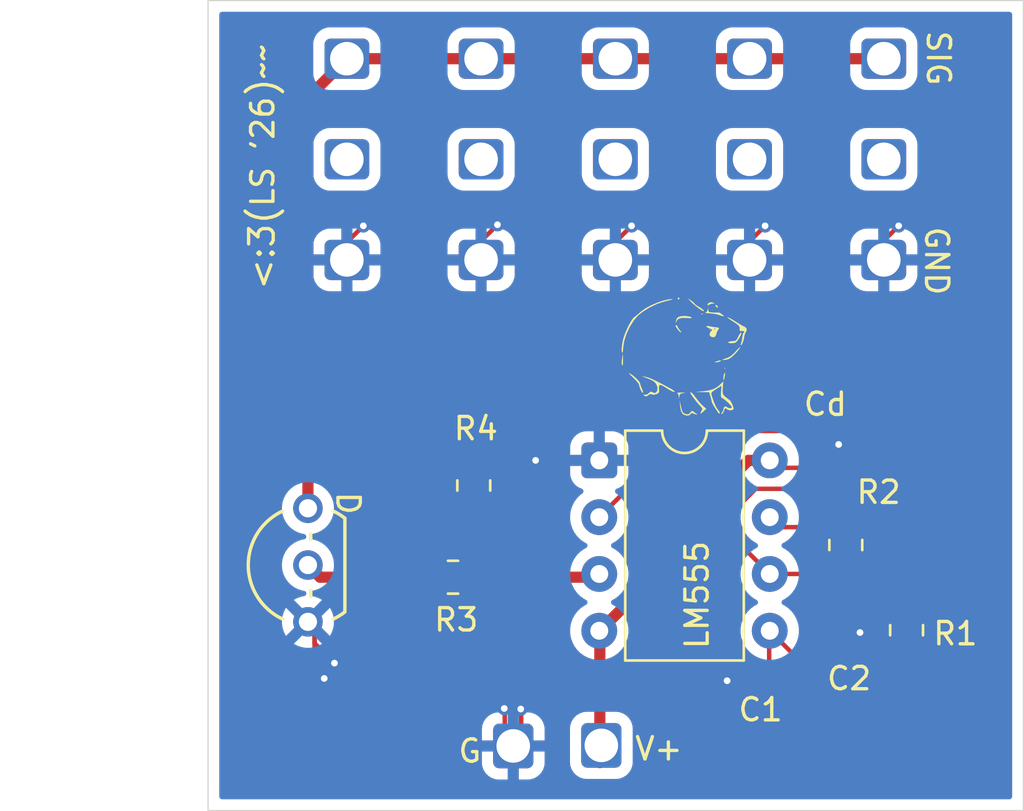
<source format=kicad_pcb>
(kicad_pcb (version 20241229) (generator "pcbnew") (generator_version "9.0")
  (layers (0 "F.Cu" signal) (2 "B.Cu" signal) (13 "F.Paste" user) (15 "B.Paste" user) (5 "F.SilkS" user "F.Silkscreen") (7 "B.SilkS" user "B.Silkscreen") (1 "F.Mask" user) (3 "B.Mask" user) (25 "Edge.Cuts" user))
  (net 0 "")
  (net 1 "Net-(U1-CONT)")
  (net 2 "GND")
  (net 3 "Net-(U1-THRES)")
  (net 4 "Net-(J1-Pin_2)")
  (net 5 "Net-(Q1-G)")
  (net 6 "Net-(U1-DISCH)")
  (net 7 "Net-(U1-OUT)")
  (net 8 "+3.3V")
  (footprint "Resistor_SMD:R_0805_2012Metric_Pad1.20x1.40mm_HandSolder" (layer "F.Cu") (at 152.5524 104.0384 90)
    (property "Reference" "R2" (at 2.3615 1.4687 180) (layer "F.SilkS"))
    (property "Value" "470k")
    (fp_line (start -0.227064 -0.735) (end 0.227064 -0.735) (stroke (width 0.12)) (layer "F.SilkS"))
    (fp_line (start -0.227064 0.735) (end 0.227064 0.735) (stroke (width 0.12)) (layer "F.SilkS"))
    (pad "1" smd roundrect (at -1 0 90) (size 1.2 1.4) (layers "F.Cu" "F.Mask" "F.Paste") (roundrect_rratio 0.208333) (net 3 "Net-(U1-THRES)"))
    (pad "2" smd roundrect (at 1 0 90) (size 1.2 1.4) (layers "F.Cu" "F.Mask" "F.Paste") (roundrect_rratio 0.208333) (net 6 "Net-(U1-DISCH)"))
  )
  (footprint "" (layer "F.Cu") (at 141.6259 113.0001)
    (property "Reference" "" (at 0 0 0) (layer "F.SilkS") (effects (font (size 1.27 1.27))))
    (property "Value" "")
    (pad "V+" thru_hole roundrect (at 0 0) (size 1.8 2) (drill 1.5) (layers "*.Cu" "*.Mask" "B.Adhes") (roundrect_rratio 0.15) (net 8 "+3.3V"))
  )
  (footprint "Capacitor_SMD:C_0201_0603Metric_Pad0.64x0.40mm_HandSolder" (layer "F.Cu") (at 152.5524 107.8749 -90)
    (property "Reference" "C2" (at 2.1354 -0.1479 180) (layer "F.SilkS"))
    (property "Value" "4.7u")
    (pad "1" smd roundrect (at -0.4075 0 270) (size 0.635 0.4) (layers "F.Cu" "F.Mask") (net 3 "Net-(U1-THRES)"))
    (pad "2" smd roundrect (at 0.4075 0 270) (size 0.635 0.4) (layers "F.Cu" "F.Mask") (net 2 "GND"))
  )
  (footprint "Resistor_SMD:R_0805_2012Metric_Pad1.20x1.40mm_HandSolder" (layer "F.Cu") (at 155.2702 107.8484 -90)
    (property "Reference" "R1" (at 0.1531 -2.1799 180) (layer "F.SilkS"))
    (property "Value" "100k")
    (fp_line (start -0.227064 0.735) (end 0.227064 0.735) (stroke (width 0.12)) (layer "F.SilkS"))
    (fp_line (start -0.227064 -0.735) (end 0.227064 -0.735) (stroke (width 0.12)) (layer "F.SilkS"))
    (pad "1" smd roundrect (at -1 0 270) (size 1.2 1.4) (layers "F.Cu" "F.Mask" "F.Paste") (roundrect_rratio 0.208333) (net 6 "Net-(U1-DISCH)"))
    (pad "2" smd roundrect (at 1 0 270) (size 1.2 1.4) (layers "F.Cu" "F.Mask" "F.Paste") (roundrect_rratio 0.208333) (net 1 "Net-(U1-CONT)"))
  )
  (footprint "Resistor_SMD:R_0805_2012Metric_Pad1.20x1.40mm_HandSolder" (layer "F.Cu") (at 134.9961 105.4789 180)
    (property "Reference" "R3" (at -0.143 -1.905 0) (layer "F.SilkS"))
    (property "Value" "100")
    (fp_line (start -0.227064 0.735) (end 0.227064 0.735) (stroke (width 0.12)) (layer "F.SilkS"))
    (fp_line (start -0.227064 -0.735) (end 0.227064 -0.735) (stroke (width 0.12)) (layer "F.SilkS"))
    (pad "1" smd roundrect (at -1 0 180) (size 1.2 1.4) (layers "F.Cu" "F.Mask" "F.Paste") (roundrect_rratio 0.208333) (net 7 "Net-(U1-OUT)"))
    (pad "2" smd roundrect (at 1 0 180) (size 1.2 1.4) (layers "F.Cu" "F.Mask" "F.Paste") (roundrect_rratio 0.208333) (net 5 "Net-(Q1-G)"))
  )
  (footprint "NMOS_2N7000:TO92" (layer "F.Cu") (at 128.511392 104.935 90)
    (property "Reference" "Q1" (hide yes))
    (property "Value" "NMOS")
    (fp_line (start 1.404 0.127) (end 1.136 0.127) (stroke (width 0.1524)) (layer "F.SilkS"))
    (fp_line (start -1.136 0.127) (end -1.404 0.127) (stroke (width 0.1524)) (layer "F.SilkS"))
    (fp_line (start -2.095 1.651) (end 2.095 1.651) (stroke (width 0.1524)) (layer "F.SilkS"))
    (fp_arc (start -2.413 -1.1359) (mid 0 -2.666985) (end 2.413 -1.1359) (stroke (width 0.1524)) (layer "F.SilkS"))
    (fp_arc (start 2.4247 1.1118) (mid 2.275878 1.391201) (end 2.095 1.651) (stroke (width 0.1524)) (layer "F.SilkS"))
    (fp_arc (start -2.095 1.651) (mid -2.268918 1.40252) (end -2.4135 1.1359) (stroke (width 0.1524)) (layer "F.SilkS"))
    (pad "D" thru_hole circle (at 2.54 0 90) (size 1.3208 1.3208) (drill 0.8128) (layers "*.Cu" "*.Mask"))
    (pad "G" thru_hole circle (at 0 0 90) (size 1.3208 1.3208) (drill 0.8128) (layers "*.Cu" "*.Mask") (net 5 "Net-(Q1-G)"))
    (pad "S" thru_hole circle (at -2.54 0 90) (size 1.3208 1.3208) (drill 0.8128) (layers "*.Cu" "*.Mask") (net 2 "GND"))
  )
  (footprint "Capacitor_SMD:C_0201_0603Metric_Pad0.64x0.40mm_HandSolder" (layer "F.Cu") (at 151.5872 100.1776 90)
    (property "Reference" "Cd" (at 2.4377 0.0508 180) (layer "F.SilkS"))
    (property "Value" "100n")
    (pad "1" smd roundrect (at -0.4075 0 90) (size 0.635 0.4) (layers "F.Cu" "F.Mask") (net 8 "+3.3V"))
    (pad "2" smd roundrect (at 0.4075 0 90) (size 0.635 0.4) (layers "F.Cu" "F.Mask") (net 2 "GND"))
  )
  (footprint "custom_foots:flower_base_pads" (layer "F.Cu") (at 130.2512 91.2876 90)
    (property "Reference" "J1" (hide yes))
    (property "Value" "petal connections")
    (pad "2" thru_hole roundrect (at 4.5 0 90) (size 1.8 2) (drill 1.5) (layers "*.Cu" "*.Mask" "B.Adhes") (roundrect_rratio 0.15) (net 4 "Net-(J1-Pin_2)"))
    (pad "2" thru_hole roundrect (at 4.5 6 90) (size 1.8 2) (drill 1.5) (layers "*.Cu" "*.Mask" "B.Adhes") (roundrect_rratio 0.15) (net 4 "Net-(J1-Pin_2)"))
    (pad "2" thru_hole roundrect (at 4.5 12 90) (size 1.8 2) (drill 1.5) (layers "*.Cu" "*.Mask" "B.Adhes") (roundrect_rratio 0.15) (net 4 "Net-(J1-Pin_2)"))
    (pad "2" thru_hole roundrect (at 4.5 18 90) (size 1.8 2) (drill 1.5) (layers "*.Cu" "*.Mask" "B.Adhes") (roundrect_rratio 0.15) (net 4 "Net-(J1-Pin_2)"))
    (pad "2" thru_hole roundrect (at 4.5 24 90) (size 1.8 2) (drill 1.5) (layers "*.Cu" "*.Mask" "B.Adhes") (roundrect_rratio 0.15) (net 4 "Net-(J1-Pin_2)"))
    (pad "GND" thru_hole roundrect (at 0 0 90) (size 1.8 2) (drill 1.5) (layers "*.Cu" "*.Mask") (roundrect_rratio 0.15) (net 2 "GND"))
    (pad "GND" thru_hole roundrect (at 0 6 90) (size 1.8 2) (drill 1.5) (layers "*.Cu" "*.Mask") (roundrect_rratio 0.15) (net 2 "GND"))
    (pad "GND" thru_hole roundrect (at 0 12 90) (size 1.8 2) (drill 1.5) (layers "*.Cu" "*.Mask") (roundrect_rratio 0.15) (net 2 "GND"))
    (pad "GND" thru_hole roundrect (at 0 18 90) (size 1.8 2) (drill 1.5) (layers "*.Cu" "*.Mask" "Dwgs.User") (roundrect_rratio 0.15) (net 2 "GND"))
    (pad "GND" thru_hole roundrect (at 0 24 90) (size 1.8 2) (drill 1.5) (layers "*.Cu" "*.Mask") (roundrect_rratio 0.15) (net 2 "GND"))
    (pad "SIG" thru_hole roundrect (at 9 0 90) (size 1.8 2) (drill 1.5) (layers "*.Cu" "*.Mask" "B.Adhes") (roundrect_rratio 0.15))
    (pad "SIG" thru_hole roundrect (at 9 6 90) (size 1.8 2) (drill 1.5) (layers "*.Cu" "*.Mask" "B.Adhes") (roundrect_rratio 0.15))
    (pad "SIG" thru_hole roundrect (at 9 12 90) (size 1.8 2) (drill 1.5) (layers "*.Cu" "*.Mask" "B.Adhes") (roundrect_rratio 0.15))
    (pad "SIG" thru_hole roundrect (at 9 18 90) (size 1.8 2) (drill 1.5) (layers "*.Cu" "*.Mask" "B.Adhes") (roundrect_rratio 0.15))
    (pad "SIG" thru_hole roundrect (at 9 24 90) (size 1.8 2) (drill 1.5) (layers "*.Cu" "*.Mask" "B.Adhes") (roundrect_rratio 0.15))
  )
  (footprint "Capacitor_SMD:C_0201_0603Metric_Pad0.64x0.40mm_HandSolder" (layer "F.Cu") (at 148.7208 110.1337 180)
    (property "Reference" "C1" (at -0.0216 -1.2707 180) (layer "F.SilkS"))
    (property "Value" "10n")
    (pad "1" smd roundrect (at -0.4075 0 180) (size 0.635 0.4) (layers "F.Cu" "F.Mask") (net 1 "Net-(U1-CONT)"))
    (pad "2" smd roundrect (at 0.4075 0 180) (size 0.635 0.4) (layers "F.Cu" "F.Mask") (net 2 "GND"))
  )
  (footprint "custom_foots:standrax_silkscr" (layer "F.Cu") (at 145.3642 95.6818)
    (property "Reference" "G***" (hide yes))
    (property "Value" "LOGO" (hide yes))
    (fp_poly (pts (xy 1.143715 -1.262852) (xy 1.119887 -1.239024) (xy 1.09606 -1.262852) (xy 1.119887 -1.286679)) (fill yes) (layer "F.SilkS"))
    (fp_poly (pts (xy 1.810882 0.45272) (xy 1.787054 0.476548) (xy 1.763227 0.45272) (xy 1.787054 0.428893)) (fill yes) (layer "F.SilkS"))
    (fp_poly (pts (xy 0.794246 -1.985616) (xy 0.787705 -1.957285) (xy 0.762476 -1.953846) (xy 0.723251 -1.971282) (xy 0.730706 -1.985616) (xy 0.787262 -1.991319)) (fill yes) (layer "F.SilkS"))
    (fp_poly (pts (xy 1.435772 -2.352963) (xy 1.472484 -2.2938) (xy 1.465033 -2.25928) (xy 1.421881 -2.272121) (xy 1.382944 -2.310106) (xy 1.352212 -2.370026) (xy 1.373341 -2.382739)) (fill yes) (layer "F.SilkS"))
    (fp_poly (pts (xy -0.239659 -2.680059) (xy -0.238274 -2.668668) (xy -0.274538 -2.622398) (xy -0.285929 -2.621013) (xy -0.332199 -2.657277) (xy -0.333584 -2.668668) (xy -0.29732 -2.714938) (xy -0.285929 -2.716323)) (fill yes) (layer "F.SilkS"))
    (fp_poly (pts (xy -2.769943 0.059568) (xy -2.77015 0.236089) (xy -2.781072 0.321244) (xy -2.803568 0.318465) (xy -2.823732 0.274015) (xy -2.830017 0.19335) (xy -2.819624 0.060278) (xy -2.810968 0) (xy -2.775907 -0.214447)) (fill yes) (layer "F.SilkS"))
    (fp_poly (pts (xy 1.620043 0.103745) (xy 1.584676 0.135089) (xy 1.572608 0.142964) (xy 1.46441 0.181387) (xy 1.405816 0.18654) (xy 1.310506 0.18392) (xy 1.405816 0.142964) (xy 1.517149 0.107699) (xy 1.572608 0.099389)) (fill yes) (layer "F.SilkS"))
    (fp_poly (pts (xy 1.793787 0.708861) (xy 1.7825 0.786304) (xy 1.753686 0.932767) (xy 1.73189 0.991851) (xy 1.718997 0.960955) (xy 1.716302 0.877642) (xy 1.733026 0.750634) (xy 1.765725 0.667167) (xy 1.792812 0.646886)) (fill yes) (layer "F.SilkS"))
    (fp_poly (pts (xy 1.247101 -2.487833) (xy 1.252072 -2.485402) (xy 1.324196 -2.446348) (xy 1.31257 -2.437612) (xy 1.258259 -2.442881) (xy 1.139373 -2.422864) (xy 1.079553 -2.388815) (xy 1.018392 -2.355746) (xy 1.00075 -2.371069) (xy 1.040359 -2.459093) (xy 1.134712 -2.503581)) (fill yes) (layer "F.SilkS"))
    (fp_poly (pts (xy -0.014656 1.540685) (xy 0.020638 1.547271) (xy -0.034806 1.557084) (xy -0.056664 1.559495) (xy -0.177488 1.583517) (xy -0.233931 1.63659) (xy -0.252057 1.706362) (xy -0.271649 1.834709) (xy -0.278789 1.70763) (xy -0.304159 1.604677) (xy -0.345497 1.556514) (xy -0.336305 1.544294) (xy -0.251367 1.537298) (xy -0.142965 1.536726)) (fill yes) (layer "F.SilkS"))
    (fp_poly (pts (xy -0.336426 -1.439976) (xy -0.333584 -1.420801) (xy -0.303392 -1.348897) (xy -0.230713 -1.254805) (xy -0.229967 -1.25401) (xy -0.172437 -1.179583) (xy -0.169448 -1.144186) (xy -0.173351 -1.143715) (xy -0.230111 -1.178696) (xy -0.309444 -1.264855) (xy -0.324622 -1.28475) (xy -0.40353 -1.399418) (xy -0.424597 -1.458149) (xy -0.392524 -1.476928) (xy -0.381239 -1.477298)) (fill yes) (layer "F.SilkS"))
    (fp_poly (pts (xy 0.156589 -1.874313) (xy 0.274007 -1.836043) (xy 0.296861 -1.819011) (xy 0.295864 -1.791826) (xy 0.212683 -1.785896) (xy 0.086087 -1.795657) (xy -0.146067 -1.798588) (xy -0.301738 -1.749973) (xy -0.38579 -1.64793) (xy -0.397384 -1.608454) (xy -0.411537 -1.56096) (xy -0.414204 -1.607208) (xy -0.412625 -1.642986) (xy -0.369009 -1.779441) (xy -0.285929 -1.847492) (xy -0.1626 -1.881954) (xy -0.002021 -1.890256)) (fill yes) (layer "F.SilkS"))
    (fp_poly (pts (xy 0.274015 -2.578576) (xy 0.372452 -2.502855) (xy 0.425768 -2.446851) (xy 0.428893 -2.437986) (xy 0.466804 -2.396359) (xy 0.561277 -2.333867) (xy 0.596395 -2.314207) (xy 0.717067 -2.239998) (xy 0.806627 -2.168608) (xy 0.847967 -2.116017) (xy 0.82788 -2.097992) (xy 0.769404 -2.12508) (xy 0.662544 -2.193646) (xy 0.571857 -2.258413) (xy 0.424882 -2.376083) (xy 0.290664 -2.497469) (xy 0.238274 -2.551622) (xy 0.119137 -2.685592)) (fill yes) (layer "F.SilkS"))
    (fp_poly (pts (xy 2.478049 -0.496719) (xy 2.44767 -0.439209) (xy 2.367893 -0.335453) (xy 2.255752 -0.207545) (xy 2.251688 -0.203158) (xy 2.096135 -0.051856) (xy 1.96451 0.034397) (xy 1.846623 0.070178) (xy 1.732521 0.083382) (xy 1.671247 0.079568) (xy 1.667917 0.075478) (xy 1.709115 0.049338) (xy 1.812173 0.013146) (xy 1.855804 0.000736) (xy 2.015835 -0.072187) (xy 2.182024 -0.21268) (xy 2.26087 -0.298125) (xy 2.367272 -0.413346) (xy 2.444698 -0.484963) (xy 2.477772 -0.498916)) (fill yes) (layer "F.SilkS"))
    (fp_poly (pts (xy 2.525703 -1.120801) (xy 2.499874 -1.036801) (xy 2.436955 -0.917678) (xy 2.358801 -0.798529) (xy 2.287267 -0.714452) (xy 2.261734 -0.696872) (xy 2.157349 -0.672635) (xy 2.04535 -0.66771) (xy 1.957964 -0.680351) (xy 1.927417 -0.708816) (xy 1.930019 -0.714822) (xy 1.99329 -0.746855) (xy 2.109125 -0.762239) (xy 2.125882 -0.762477) (xy 2.24397 -0.775311) (xy 2.313764 -0.832008) (xy 2.360621 -0.92601) (xy 2.415961 -1.034842) (xy 2.472869 -1.113791) (xy 2.514546 -1.143032)) (fill yes) (layer "F.SilkS"))
    (fp_poly (pts (xy 0.324069 1.563748) (xy 0.419807 1.675952) (xy 0.474206 1.751313) (xy 0.595286 1.909386) (xy 0.728533 2.059122) (xy 0.79213 2.120707) (xy 0.953276 2.263741) (xy 0.810136 2.398843) (xy 0.722885 2.473791) (xy 0.691596 2.479006) (xy 0.698306 2.446428) (xy 0.745064 2.345091) (xy 0.769279 2.307091) (xy 0.765539 2.239888) (xy 0.690723 2.144702) (xy 0.686067 2.140299) (xy 0.599453 2.048732) (xy 0.494221 1.923159) (xy 0.388309 1.787055) (xy 0.299658 1.663895) (xy 0.246204 1.577153) (xy 0.238274 1.554309) (xy 0.261001 1.521065)) (fill yes) (layer "F.SilkS"))
    (fp_poly (pts (xy -2.48074 0.670446) (xy -2.362645 0.745311) (xy -2.232594 0.851755) (xy -2.11372 0.967485) (xy -2.02916 1.070207) (xy -2.001501 1.132254) (xy -1.982038 1.218515) (xy -1.93416 1.342091) (xy -1.923781 1.364577) (xy -1.876935 1.487396) (xy -1.873299 1.549916) (xy -1.905469 1.541576) (xy -1.966041 1.451815) (xy -1.97416 1.436439) (xy -2.025967 1.311223) (xy -2.047839 1.208415) (xy -2.047834 1.20565) (xy -2.08053 1.134193) (xy -2.16829 1.022691) (xy -2.293583 0.892852) (xy -2.321849 0.866366) (xy -2.433961 0.757708) (xy -2.495286 0.686762) (xy -2.497142 0.664231)) (fill yes) (layer "F.SilkS"))
    (fp_poly (pts (xy 1.041915 -2.156379) (xy 1.057501 -2.090646) (xy 1.110637 -2.057611) (xy 1.226538 -2.045052) (xy 1.274765 -2.043512) (xy 1.412988 -2.040584) (xy 1.506566 -2.039565) (xy 1.526101 -2.039924) (xy 1.57745 -2.015331) (xy 1.666681 -1.953145) (xy 1.669066 -1.951317) (xy 1.740188 -1.887177) (xy 1.728821 -1.866914) (xy 1.634104 -1.890399) (xy 1.524953 -1.930019) (xy 1.377649 -1.969309) (xy 1.190995 -1.996861) (xy 1.09606 -2.003404) (xy 0.968963 -2.011557) (xy 0.906151 -2.023388) (xy 0.914424 -2.033786) (xy 0.987166 -2.093011) (xy 1.015157 -2.159309) (xy 1.035426 -2.263602)) (fill yes) (layer "F.SilkS"))
    (fp_poly (pts (xy -0.177126 2.164527) (xy -0.138423 2.326528) (xy -0.096177 2.420015) (xy -0.034826 2.471025) (xy 0.018876 2.492489) (xy 0.127524 2.514007) (xy 0.200785 2.475392) (xy 0.237098 2.431952) (xy 0.301962 2.361797) (xy 0.353188 2.36563) (xy 0.385865 2.394174) (xy 0.47865 2.466215) (xy 0.525053 2.490455) (xy 0.564284 2.51458) (xy 0.532983 2.521941) (xy 0.441946 2.503772) (xy 0.377398 2.475994) (xy 0.297621 2.452223) (xy 0.256296 2.499821) (xy 0.189715 2.558594) (xy 0.078042 2.569647) (xy -0.042536 2.535034) (xy -0.1187 2.478531) (xy -0.182731 2.35259) (xy -0.217863 2.160103) (xy -0.219816 2.133034) (xy -0.235115 1.882364)) (fill yes) (layer "F.SilkS"))
    (fp_poly (pts (xy 1.107659 -1.426317) (xy 1.260138 -1.394285) (xy 1.393588 -1.381989) (xy 1.500519 -1.364934) (xy 1.518611 -1.3142) (xy 1.476182 -1.256971) (xy 1.428804 -1.173701) (xy 1.405816 -1.09606) (xy 1.364415 -0.978274) (xy 1.286537 -0.936667) (xy 1.203283 -0.942064) (xy 1.118924 -0.992788) (xy 1.096543 -1.084375) (xy 1.139735 -1.182353) (xy 1.17485 -1.214648) (xy 1.217266 -1.257299) (xy 1.18986 -1.290404) (xy 1.119021 -1.318449) (xy 1.302564 -1.318449) (xy 1.309105 -1.290118) (xy 1.334334 -1.286679) (xy 1.373559 -1.304115) (xy 1.366104 -1.318449) (xy 1.309548 -1.324152) (xy 1.302564 -1.318449) (xy 1.119021 -1.318449) (xy 1.103368 -1.324646) (xy 0.988801 -1.37922) (xy 0.952914 -1.424755) (xy 0.995028 -1.445156)) (fill yes) (layer "F.SilkS"))
    (fp_poly (pts (xy -0.547136 -2.63932) (xy -0.608037 -2.614278) (xy -0.753696 -2.57359) (xy -0.929269 -2.530647) (xy -1.235961 -2.430144) (xy -1.561629 -2.276205) (xy -1.86659 -2.089894) (xy -2.084889 -1.917209) (xy -2.288547 -1.684006) (xy -2.471409 -1.39127) (xy -2.620318 -1.068007) (xy -2.722116 -0.74322) (xy -2.763645 -0.445914) (xy -2.763978 -0.420244) (xy -2.773922 -0.304098) (xy -2.798632 -0.241686) (xy -2.806901 -0.238274) (xy -2.827701 -0.280662) (xy -2.83266 -0.388591) (xy -2.827751 -0.464634) (xy -2.803665 -0.646396) (xy -2.77063 -0.822484) (xy -2.760426 -0.86501) (xy -2.700914 -1.049106) (xy -2.616006 -1.256192) (xy -2.517759 -1.462167) (xy -2.418232 -1.642926) (xy -2.329483 -1.774366) (xy -2.280792 -1.823733) (xy -2.182653 -1.899576) (xy -2.04999 -2.011216) (xy -1.957505 -2.093075) (xy -1.774403 -2.22587) (xy -1.528051 -2.359634) (xy -1.249433 -2.481052) (xy -0.969532 -2.576808) (xy -0.719332 -2.633587) (xy -0.690995 -2.637364) (xy -0.573839 -2.647441)) (fill yes) (layer "F.SilkS"))
    (fp_poly (pts (xy 1.906191 -1.832355) (xy 2.007166 -1.788202) (xy 2.152887 -1.707516) (xy 2.296538 -1.617639) (xy 2.449977 -1.520773) (xy 2.584533 -1.444249) (xy 2.665862 -1.406707) (xy 2.746146 -1.340626) (xy 2.759702 -1.240252) (xy 2.717387 -1.163841) (xy 2.680834 -1.088519) (xy 2.651495 -0.963912) (xy 2.648244 -0.941102) (xy 2.616829 -0.790405) (xy 2.569494 -0.661332) (xy 2.518299 -0.582953) (xy 2.495101 -0.571858) (xy 2.488614 -0.607464) (xy 2.504883 -0.655253) (xy 2.533106 -0.754625) (xy 2.557559 -0.898806) (xy 2.562435 -0.941182) (xy 2.584539 -1.064881) (xy 2.615868 -1.13654) (xy 2.628624 -1.143715) (xy 2.652073 -1.173443) (xy 2.643642 -1.193308) (xy 2.579245 -1.221954) (xy 2.524309 -1.214755) (xy 2.461164 -1.210726) (xy 2.443083 -1.270221) (xy 2.444923 -1.317155) (xy 2.439559 -1.388903) (xy 2.401521 -1.453921) (xy 2.315114 -1.52868) (xy 2.164643 -1.629653) (xy 2.120638 -1.65749) (xy 1.984914 -1.747036) (xy 1.903924 -1.809182) (xy 1.888614 -1.835001)) (fill yes) (layer "F.SilkS"))
    (fp_poly (pts (xy -1.752768 0.835347) (xy -1.636164 0.866306) (xy -1.468776 0.933849) (xy -1.2431 1.041554) (xy -0.951634 1.192998) (xy -0.595685 1.386879) (xy -0.493584 1.453748) (xy -0.456652 1.501251) (xy -0.467418 1.513547) (xy -0.536772 1.499758) (xy -0.656469 1.442886) (xy -0.788354 1.36306) (xy -0.967393 1.251076) (xy -1.083066 1.199669) (xy -1.145751 1.209036) (xy -1.165825 1.279373) (xy -1.15944 1.370075) (xy -1.152802 1.492827) (xy -1.185754 1.560629) (xy -1.265401 1.606752) (xy -1.413514 1.63846) (xy -1.478411 1.619667) (xy -1.570752 1.605535) (xy -1.621094 1.645091) (xy -1.714762 1.708918) (xy -1.805566 1.695825) (xy -1.839715 1.659819) (xy -1.84202 1.624) (xy -1.795213 1.634365) (xy -1.699583 1.623737) (xy -1.622259 1.563772) (xy -1.541988 1.497784) (xy -1.478107 1.505994) (xy -1.461167 1.518566) (xy -1.362336 1.561062) (xy -1.283282 1.527448) (xy -1.236217 1.436625) (xy -1.233356 1.307492) (xy -1.261791 1.21004) (xy -1.317504 1.113823) (xy -1.406166 1.034781) (xy -1.548225 0.958836) (xy -1.7394 0.881206) (xy -1.930019 0.809135)) (fill yes) (layer "F.SilkS"))
    (fp_poly (pts (xy 1.691637 1.325136) (xy 1.682572 1.488317) (xy 1.693239 1.589065) (xy 1.733047 1.659696) (xy 1.809897 1.731258) (xy 1.910083 1.811926) (xy 1.979796 1.861604) (xy 1.987826 1.865892) (xy 2.041197 1.922958) (xy 2.100835 2.030393) (xy 2.15076 2.151732) (xy 2.174987 2.250511) (xy 2.1708 2.283373) (xy 2.099792 2.324568) (xy 1.992747 2.332572) (xy 1.90194 2.30665) (xy 1.882364 2.28743) (xy 1.82244 2.241969) (xy 1.771817 2.265379) (xy 1.763227 2.302149) (xy 1.744333 2.369807) (xy 1.701285 2.444679) (xy 1.654531 2.499204) (xy 1.624522 2.505823) (xy 1.621778 2.492775) (xy 1.654866 2.416866) (xy 1.667917 2.406567) (xy 1.708367 2.339153) (xy 1.715572 2.28743) (xy 1.743749 2.191256) (xy 1.809553 2.156465) (xy 1.87222 2.186741) (xy 1.948926 2.228387) (xy 2.036554 2.237846) (xy 2.092534 2.21307) (xy 2.09681 2.197555) (xy 2.063373 2.138163) (xy 1.979704 2.044002) (xy 1.870764 1.938865) (xy 1.761518 1.846545) (xy 1.676928 1.790836) (xy 1.665243 1.786206) (xy 1.621342 1.753178) (xy 1.603687 1.67597) (xy 1.607929 1.53172) (xy 1.610532 1.498676) (xy 1.632362 1.23544) (xy 1.392595 1.384487) (xy 1.259165 1.472114) (xy 1.19284 1.535458) (xy 1.177482 1.596647) (xy 1.191465 1.660294) (xy 1.3014 1.98114) (xy 1.407087 2.20872) (xy 1.487039 2.321626) (xy 1.548574 2.405594) (xy 1.558169 2.460531) (xy 1.556911 2.461976) (xy 1.53816 2.479958) (xy 1.519064 2.477356) (xy 1.485793 2.43891) (xy 1.42452 2.349359) (xy 1.342614 2.225472) (xy 1.260114 2.092278) (xy 1.20518 1.987462) (xy 1.191369 1.945072) (xy 1.178524 1.869169) (xy 1.146625 1.745014) (xy 1.136171 1.709187) (xy 1.080973 1.524953) (xy 0.766847 1.518288) (xy 0.45272 1.511622) (xy 0.811787 1.477161) (xy 1.091192 1.436216) (xy 1.30461 1.367648) (xy 1.479941 1.260239) (xy 1.584628 1.166352) (xy 1.713805 1.037175)) (fill yes) (layer "F.SilkS"))
  )
  (footprint "" (layer "F.Cu") (at 137.6889 113.0255)
    (property "Reference" "" (at 0 0 0) (layer "F.SilkS") (effects (font (size 1.27 1.27))))
    (property "Value" "")
    (pad "GND" thru_hole roundrect (at 0 0) (size 1.8 2) (drill 1.5) (layers "*.Cu" "*.Mask") (roundrect_rratio 0.15) (net 2 "GND"))
  )
  (footprint "Resistor_SMD:R_0805_2012Metric_Pad1.20x1.40mm_HandSolder" (layer "F.Cu") (at 135.9232 101.3768 -90)
    (property "Reference" "R4" (at -2.5454 -0.0938 180) (layer "F.SilkS"))
    (property "Value" "100k")
    (fp_line (start -0.227064 0.735) (end 0.227064 0.735) (stroke (width 0.12)) (layer "F.SilkS"))
    (fp_line (start -0.227064 -0.735) (end 0.227064 -0.735) (stroke (width 0.12)) (layer "F.SilkS"))
    (pad "1" smd roundrect (at -1 0 270) (size 1.2 1.4) (layers "F.Cu" "F.Mask" "F.Paste") (roundrect_rratio 0.208333) (net 2 "GND"))
    (pad "2" smd roundrect (at 1 0 270) (size 1.2 1.4) (layers "F.Cu" "F.Mask" "F.Paste") (roundrect_rratio 0.208333) (net 5 "Net-(Q1-G)"))
  )
  (footprint "Package_DIP:DIP-8_W7.62mm" (layer "F.Cu") (at 141.5333 100.2531)
    (property "Reference" "LM555" (at 4.3688 6.0198 90) (layer "F.SilkS"))
    (property "Value" "LMC555xN")
    (fp_line (start 1.16 -1.33) (end 1.16 8.95) (stroke (width 0.12)) (layer "F.SilkS"))
    (fp_line (start 1.16 8.95) (end 6.46 8.95) (stroke (width 0.12)) (layer "F.SilkS"))
    (fp_line (start 2.81 -1.33) (end 1.16 -1.33) (stroke (width 0.12)) (layer "F.SilkS"))
    (fp_line (start 6.46 -1.33) (end 4.81 -1.33) (stroke (width 0.12)) (layer "F.SilkS"))
    (fp_line (start 6.46 8.95) (end 6.46 -1.33) (stroke (width 0.12)) (layer "F.SilkS"))
    (fp_arc (start 4.81 -1.33) (mid 3.81 -0.33) (end 2.81 -1.33) (stroke (width 0.12)) (layer "F.SilkS"))
    (pad "1" thru_hole roundrect (at 0 0) (size 1.6 1.6) (drill 0.8) (layers "*.Cu" "*.Mask") (roundrect_rratio 0.15625) (net 2 "GND"))
    (pad "2" thru_hole circle (at 0 2.54) (size 1.6 1.6) (drill 0.8) (layers "*.Cu" "*.Mask") (net 3 "Net-(U1-THRES)"))
    (pad "3" thru_hole circle (at 0 5.08) (size 1.6 1.6) (drill 0.8) (layers "*.Cu" "*.Mask") (net 7 "Net-(U1-OUT)"))
    (pad "4" thru_hole circle (at 0 7.62) (size 1.6 1.6) (drill 0.8) (layers "*.Cu" "*.Mask") (net 8 "+3.3V"))
    (pad "5" thru_hole circle (at 7.62 7.62) (size 1.6 1.6) (drill 0.8) (layers "*.Cu" "*.Mask") (net 1 "Net-(U1-CONT)"))
    (pad "6" thru_hole circle (at 7.62 5.08) (size 1.6 1.6) (drill 0.8) (layers "*.Cu" "*.Mask") (net 3 "Net-(U1-THRES)"))
    (pad "7" thru_hole circle (at 7.62 2.54) (size 1.6 1.6) (drill 0.8) (layers "*.Cu" "*.Mask") (net 6 "Net-(U1-DISCH)"))
    (pad "8" thru_hole circle (at 7.62 0) (size 1.6 1.6) (drill 0.8) (layers "*.Cu" "*.Mask") (net 8 "+3.3V"))
  )
  (gr_rect (start 124.046 79.6874) (end 160.49 115.913) (stroke (width 0.05)) (fill no) (layer "Edge.Cuts"))
  (gr_text "V+" (at 143.0483 113.7367 0) (layer "F.SilkS") (effects (font (size 1 1)) (justify left bottom)))
  (gr_text "D" (at 129.7223 101.5739 270) (layer "F.SilkS") (effects (font (size 1 1)) (justify left bottom)))
  (gr_text "G\n" (at 135.1489 113.8383 0) (layer "F.SilkS") (effects (font (size 1 1)) (justify left bottom)))
  (gr_text "SIG\n" (at 156.1084 80.9498 270) (layer "F.SilkS") (effects (font (size 1 1)) (justify left bottom)))
  (gr_text "<:3(      )~~ " (at 127.1016 92.71 90) (layer "F.SilkS") (effects (font (size 1.1 1.1)) (justify left bottom)))
  (gr_text "GND\n" (at 157.2006 89.7128 270) (layer "F.SilkS") (effects (font (size 1 1)) (justify left top)))
  (gr_text "LS '26\n" (at 127.0762 89.0016 90) (layer "F.SilkS") (effects (font (size 1 1)) (justify left bottom)))
  (segment (start 128.511392 102.395) (end 128.511392 84.027408) (width 0.5) (layer "F.Cu") (net 0))
  (segment (start 130.2512 82.2876) (end 130.2512 82.7278) (width 0.5) (layer "F.Cu") (net 0))
  (segment (start 136.2512 82.2876) (end 142.2512 82.2876) (width 0.5) (layer "F.Cu") (net 0))
  (segment (start 130.2512 82.2876) (end 136.2512 82.2876) (width 0.5) (layer "F.Cu") (net 0))
  (segment (start 148.2512 82.2876) (end 154.2512 82.2876) (width 0.5) (layer "F.Cu") (net 0))
  (segment (start 128.511392 84.027408) (end 130.2512 82.2876) (width 0.5) (layer "F.Cu") (net 0))
  (segment (start 142.2512 82.2876) (end 148.2512 82.2876) (width 0.5) (layer "F.Cu") (net 0))
  (segment (start 155.2702 108.8484) (end 154.2834 108.8484) (width 0.2) (layer "F.Cu") (net 1))
  (segment (start 149.1533 107.9003) (end 149.1533 107.8731) (width 0.2) (layer "F.Cu") (net 1))
  (segment (start 150.5249 109.2447) (end 149.1533 107.8731) (width 0.2) (layer "F.Cu") (net 1))
  (segment (start 153.8871 109.2447) (end 150.5249 109.2447) (width 0.2) (layer "F.Cu") (net 1))
  (segment (start 149.1283 107.8981) (end 149.1533 107.8731) (width 0.2) (layer "F.Cu") (net 1))
  (segment (start 154.2834 108.8484) (end 153.8871 109.2447) (width 0.2) (layer "F.Cu") (net 1))
  (segment (start 149.1283 110.1337) (end 149.1283 107.8981) (width 0.2) (layer "F.Cu") (net 1))
  (segment (start 142.24 91.2876) (end 142.24 90.5002) (width 0.2) (layer "F.Cu") (net 2))
  (segment (start 151.5872 99.7701) (end 152.00316 99.7701) (width 0.2) (layer "F.Cu") (net 2))
  (segment (start 128.807892 108.1017) (end 128.807892 108.431892) (width 0.2) (layer "F.Cu") (net 2))
  (segment (start 148.3133 110.1337) (end 148.2629 110.1337) (width 0.2) (layer "F.Cu") (net 2))
  (segment (start 136.2456 90.4494) (end 136.9822 89.7128) (width 0.2) (layer "F.Cu") (net 2))
  (segment (start 128.807892 109.574892) (end 129.2397 110.0067) (width 0.2) (layer "F.Cu") (net 2))
  (segment (start 141.5333 100.2531) (end 138.6885 100.2531) (width 0.3) (layer "F.Cu") (net 2))
  (segment (start 136.0502 100.2498) (end 135.9232 100.3768) (width 0.2) (layer "F.Cu") (net 2))
  (segment (start 152.1261 99.56164) (end 152.1261 99.6185) (width 0.2) (layer "F.Cu") (net 2))
  (segment (start 141.4096 100.3768) (end 141.5333 100.2531) (width 0.2) (layer "F.Cu") (net 2))
  (segment (start 152.9842 108.3078) (end 153.3398 107.9522) (width 0.2) (layer "F.Cu") (net 2))
  (segment (start 148.209 90.5002) (end 148.9456 89.7636) (width 0.2) (layer "F.Cu") (net 2))
  (segment (start 138.0445 112.6699) (end 137.6889 113.0255) (width 0.2) (layer "F.Cu") (net 2))
  (segment (start 152.10536 99.5409) (end 152.1261 99.56164) (width 0.2) (layer "F.Cu") (net 2))
  (segment (start 152.5524 108.3078) (end 152.9842 108.3078) (width 0.2) (layer "F.Cu") (net 2))
  (segment (start 130.2512 91.2876) (end 130.2512 90.5002) (width 0.2) (layer "F.Cu") (net 2))
  (segment (start 137.3079 112.6445) (end 137.6889 113.0255) (width 0.2) (layer "F.Cu") (net 2))
  (segment (start 128.807892 108.1017) (end 128.807892 109.574892) (width 0.2) (layer "F.Cu") (net 2))
  (segment (start 137.3079 111.3491) (end 137.3079 112.6445) (width 0.2) (layer "F.Cu") (net 2))
  (segment (start 147.2737 110.1337) (end 147.2483 110.1083) (width 0.2) (layer "F.Cu") (net 2))
  (segment (start 137.5873 113.1271) (end 137.6889 113.0255) (width 0.2) (layer "F.Cu") (net 2))
  (segment (start 142.24 90.5002) (end 142.9766 89.7636) (width 0.2) (layer "F.Cu") (net 2))
  (segment (start 128.807892 108.431892) (end 129.4175 109.0415) (width 0.2) (layer "F.Cu") (net 2))
  (segment (start 137.3079 112.6445) (end 136.9523 113.0001) (width 0.2) (layer "F.Cu") (net 2))
  (segment (start 136.2456 91.2368) (end 136.2456 90.4494) (width 0.2) (layer "F.Cu") (net 2))
  (segment (start 154.178 90.5002) (end 154.9146 89.7636) (width 0.2) (layer "F.Cu") (net 2))
  (segment (start 154.178 91.2876) (end 154.178 90.5002) (width 0.2) (layer "F.Cu") (net 2))
  (segment (start 138.0445 111.3745) (end 138.0445 112.6699) (width 0.2) (layer "F.Cu") (net 2))
  (segment (start 129.4175 109.0415) (end 129.6969 109.3209) (width 0.2) (layer "F.Cu") (net 2))
  (segment (start 148.209 91.2876) (end 148.209 90.5002) (width 0.2) (layer "F.Cu") (net 2))
  (segment (start 152.00316 99.7701) (end 152.23236 99.5409) (width 0.2) (layer "F.Cu") (net 2))
  (segment (start 148.3133 110.1337) (end 147.2737 110.1337) (width 0.2) (layer "F.Cu") (net 2))
  (segment (start 130.2512 90.5002) (end 130.9878 89.7636) (width 0.2) (layer "F.Cu") (net 2))
  (via (at 136.9822 89.7128) (size 0.6) (drill 0.3) (layers "F.Cu" "B.Cu") (net 2))
  (via (at 148.9456 89.7636) (size 0.6) (drill 0.3) (layers "F.Cu" "B.Cu") (net 2))
  (via (at 129.6969 109.3209) (size 0.6) (drill 0.3) (layers "F.Cu" "B.Cu") (net 2))
  (via (at 154.9146 89.7636) (size 0.6) (drill 0.3) (layers "F.Cu" "B.Cu") (net 2))
  (via (at 138.0236 111.3738) (size 0.6) (drill 0.3) (layers "F.Cu" "B.Cu") (net 2))
  (via (at 130.9878 89.7636) (size 0.6) (drill 0.3) (layers "F.Cu" "B.Cu") (net 2))
  (via (at 137.287 111.3484) (size 0.6) (drill 0.3) (layers "F.Cu" "B.Cu") (net 2))
  (via (at 147.2483 110.1083) (size 0.6) (drill 0.3) (layers "F.Cu" "B.Cu") (net 2))
  (via (at 153.1874 107.9522) (size 0.6) (drill 0.3) (layers "F.Cu" "B.Cu") (net 2))
  (via (at 129.2397 110.0067) (size 0.6) (drill 0.3) (layers "F.Cu" "B.Cu") (net 2))
  (via (at 138.6885 100.2531) (size 0.6) (drill 0.3) (layers "F.Cu" "B.Cu") (net 2))
  (via (at 152.23236 99.5409) (size 0.6) (drill 0.3) (layers "F.Cu" "B.Cu") (net 2))
  (via (at 142.9766 89.7636) (size 0.6) (drill 0.3) (layers "F.Cu" "B.Cu") (net 2))
  (segment (start 130.048 91.2876) (end 130.2512 91.2876) (width 0.2) (layer "B.Cu") (net 2))
  (segment (start 136.0424 91.2368) (end 136.2456 91.2368) (width 0.2) (layer "B.Cu") (net 2))
  (segment (start 142.0368 91.2876) (end 142.24 91.2876) (width 0.2) (layer "B.Cu") (net 2))
  (segment (start 153.9748 91.2876) (end 154.178 91.2876) (width 0.2) (layer "B.Cu") (net 2))
  (segment (start 135.9707 100.2531) (end 135.9453 100.2785) (width 0.2) (layer "B.Cu") (net 2))
  (segment (start 138.6885 100.2531) (end 135.9707 100.2531) (width 0.3) (layer "B.Cu") (net 2))
  (segment (start 148.0058 91.2876) (end 148.209 91.2876) (width 0.2) (layer "B.Cu") (net 2))
  (segment (start 152.5524 105.0384) (end 152.5524 107.3404) (width 0.2) (layer "F.Cu") (net 3))
  (segment (start 145.3855 98.9409) (end 141.5333 102.7931) (width 0.2) (layer "F.Cu") (net 3))
  (segment (start 149.1533 105.3331) (end 152.2577 105.3331) (width 0.2) (layer "F.Cu") (net 3))
  (segment (start 151.892 101.5238) (end 152.8541 100.5617) (width 0.2) (layer "F.Cu") (net 3))
  (segment (start 152.48935 98.9409) (end 145.3855 98.9409) (width 0.2) (layer "F.Cu") (net 3))
  (segment (start 152.8541 100.5617) (end 152.8541 99.30565) (width 0.2) (layer "F.Cu") (net 3))
  (segment (start 147.6756 102.37575) (end 148.52755 101.5238) (width 0.2) (layer "F.Cu") (net 3))
  (segment (start 152.2577 105.3331) (end 152.5524 105.0384) (width 0.2) (layer "F.Cu") (net 3))
  (segment (start 148.52755 101.5238) (end 151.892 101.5238) (width 0.2) (layer "F.Cu") (net 3))
  (segment (start 147.6756 103.8554) (end 147.6756 102.37575) (width 0.2) (layer "F.Cu") (net 3))
  (segment (start 152.8541 99.30565) (end 152.48935 98.9409) (width 0.2) (layer "F.Cu") (net 3))
  (segment (start 149.1533 105.3331) (end 147.6756 103.8554) (width 0.2) (layer "F.Cu") (net 3))
  (segment (start 135.9232 102.3768) (end 133.9641 104.3359) (width 0.2) (layer "F.Cu") (net 5))
  (segment (start 133.9641 105.4469) (end 133.9961 105.4789) (width 0.2) (layer "F.Cu") (net 5))
  (segment (start 133.9387 105.5363) (end 133.9961 105.4789) (width 0.2) (layer "F.Cu") (net 5))
  (segment (start 133.9961 105.4789) (end 129.055292 105.4789) (width 0.5) (layer "F.Cu") (net 5))
  (segment (start 129.055292 105.4789) (end 128.511392 104.935) (width 0.5) (layer "F.Cu") (net 5))
  (segment (start 133.9641 104.3359) (end 133.9641 105.4469) (width 0.2) (layer "F.Cu") (net 5))
  (segment (start 149.6011 103.2409) (end 149.1533 102.7931) (width 0.2) (layer "F.Cu") (net 6))
  (segment (start 152.4205 103.2409) (end 152.4205 103.1703) (width 0.2) (layer "F.Cu") (net 6))
  (segment (start 152.4205 103.1703) (end 152.5524 103.0384) (width 0.2) (layer "F.Cu") (net 6))
  (segment (start 155.2702 105.7562) (end 155.2702 106.8484) (width 0.2) (layer "F.Cu") (net 6))
  (segment (start 152.5524 103.0384) (end 152.3499 103.2409) (width 0.2) (layer "F.Cu") (net 6))
  (segment (start 152.3499 103.2409) (end 149.6011 103.2409) (width 0.2) (layer "F.Cu") (net 6))
  (segment (start 152.5524 103.0384) (end 155.2702 105.7562) (width 0.2) (layer "F.Cu") (net 6))
  (segment (start 141.3875 105.4789) (end 141.5333 105.3331) (width 0.2) (layer "F.Cu") (net 7))
  (segment (start 141.3842 105.4822) (end 141.5333 105.3331) (width 0.2) (layer "F.Cu") (net 7))
  (segment (start 135.9961 105.4789) (end 141.3875 105.4789) (width 0.5) (layer "F.Cu") (net 7))
  (segment (start 141.5587 113.7711) (end 141.5587 107.8985) (width 0.5) (layer "F.Cu") (net 8))
  (segment (start 151.5378 100.6345) (end 151.5872 100.5851) (width 0.2) (layer "F.Cu") (net 8))
  (segment (start 141.5587 107.8731) (end 144.3781 105.0537) (width 0.5) (layer "F.Cu") (net 8))
  (segment (start 149.0517 100.3547) (end 149.1533 100.2531) (width 0.2) (layer "F.Cu") (net 8))
  (segment (start 149.1533 100.2531) (end 149.4853 100.5851) (width 0.2) (layer "F.Cu") (net 8))
  (segment (start 149.1533 100.2785) (end 149.1533 100.2531) (width 0.2) (layer "F.Cu") (net 8))
  (segment (start 144.3781 104.076758) (end 148.201758 100.2531) (width 0.5) (layer "F.Cu") (net 8))
  (segment (start 151.6154 100.5851) (end 151.6648 100.6345) (width 0.2) (layer "F.Cu") (net 8))
  (segment (start 144.3781 105.0537) (end 144.3781 104.076758) (width 0.5) (layer "F.Cu") (net 8))
  (segment (start 141.5587 107.8985) (end 141.5333 107.8731) (width 0.2) (layer "F.Cu") (net 8))
  (segment (start 141.6259 113.0001) (end 141.5288 112.903) (width 0.5) (layer "F.Cu") (net 8))
  (segment (start 149.4853 100.5851) (end 151.6154 100.5851) (width 0.2) (layer "F.Cu") (net 8))
  (segment (start 151.5858 100.5837) (end 151.5872 100.5851) (width 0.2) (layer "F.Cu") (net 8))
  (segment (start 141.5333 107.8731) (end 141.5587 107.8731) (width 0.2) (layer "F.Cu") (net 8))
  (segment (start 148.201758 100.2531) (end 149.1533 100.2531) (width 0.5) (layer "F.Cu") (net 8))
  (zone (net 2) (net_name "GND") (layer "B.Cu") (connect_pads (clearance 0.5)) (min_thickness 0.25) (fill yes (thermal_gap 0.5) (thermal_bridge_width 0.5))
    (polygon (pts (xy 124.0664 115.9078) (xy 160.49 115.9078) (xy 160.5408 79.6874) (xy 124.0918 79.6874)))
  )
)
</source>
